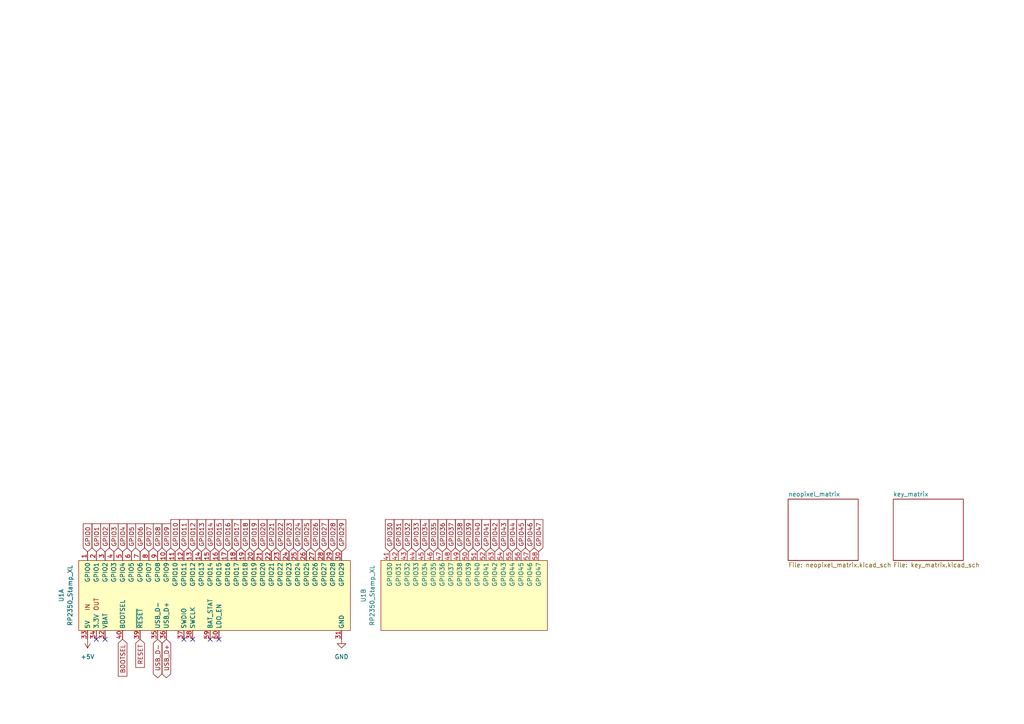
<source format=kicad_sch>
(kicad_sch (version 20231120) (generator "eeschema") (generator_version "8.0")
  (paper "A4")
  (lib_symbols
    (symbol "RP2xxx_Stamp:RP2350_Stamp_XL"
      (property "Reference" "U" (at 10.16 43.18 0))
      (property "Value" "RP2350_Stamp_XL" (at 0 -38.1 0))
      (symbol "RP2350_Stamp_XL_1_0"
        (text "IN" (at -4.445 39.37 0) (effects (font (size 1.27 1.27)) (justify left)))
        (text "OUT" (at -4.445 36.83 0) (effects (font (size 1.27 1.27)) (justify left)))
        (pin bidirectional line (at 12.7 39.37 180) (length 2.54) (name "GPIO0") (number "1"))
        (pin bidirectional line (at 12.7 16.51 180) (length 2.54) (name "GPIO9") (number "10"))
        (pin bidirectional line (at 12.7 13.97 180) (length 2.54) (name "GPIO10") (number "11"))
        (pin bidirectional line (at 12.7 11.43 180) (length 2.54) (name "GPIO11") (number "12"))
        (pin bidirectional line (at 12.7 8.89 180) (length 2.54) (name "GPIO12") (number "13"))
        (pin bidirectional line (at 12.7 6.35 180) (length 2.54) (name "GPIO13") (number "14"))
        (pin bidirectional line (at 12.7 3.81 180) (length 2.54) (name "GPIO14") (number "15"))
        (pin bidirectional line (at 12.7 1.27 180) (length 2.54) (name "GPIO15") (number "16"))
        (pin bidirectional line (at 12.7 -1.27 180) (length 2.54) (name "GPIO16") (number "17"))
        (pin bidirectional line (at 12.7 -3.81 180) (length 2.54) (name "GPIO17") (number "18"))
        (pin bidirectional line (at 12.7 -6.35 180) (length 2.54) (name "GPIO18") (number "19"))
        (pin bidirectional line (at 12.7 36.83 180) (length 2.54) (name "GPIO1") (number "2"))
        (pin bidirectional line (at 12.7 -8.89 180) (length 2.54) (name "GPIO19") (number "20"))
        (pin bidirectional line (at 12.7 -11.43 180) (length 2.54) (name "GPIO20") (number "21"))
        (pin bidirectional line (at 12.7 -13.97 180) (length 2.54) (name "GPIO21") (number "22"))
        (pin bidirectional line (at 12.7 -16.51 180) (length 2.54) (name "GPIO22") (number "23"))
        (pin bidirectional line (at 12.7 -19.05 180) (length 2.54) (name "GPIO23") (number "24"))
        (pin bidirectional line (at 12.7 -21.59 180) (length 2.54) (name "GPIO24") (number "25"))
        (pin bidirectional line (at 12.7 -24.13 180) (length 2.54) (name "GPIO25") (number "26"))
        (pin bidirectional line (at 12.7 -26.67 180) (length 2.54) (name "GPIO26") (number "27"))
        (pin bidirectional line (at 12.7 -29.21 180) (length 2.54) (name "GPIO27") (number "28"))
        (pin bidirectional line (at 12.7 -31.75 180) (length 2.54) (name "GPIO28") (number "29"))
        (pin bidirectional line (at 12.7 34.29 180) (length 2.54) (name "GPIO2") (number "3"))
        (pin bidirectional line (at 12.7 -34.29 180) (length 2.54) (name "GPIO29") (number "30"))
        (pin power_in line (at -12.7 -34.29 0) (length 2.54) (name "GND") (number "31"))
        (pin power_in line (at -12.7 34.29 0) (length 2.54) (name "VBAT") (number "32"))
        (pin power_in line (at -12.7 39.37 0) (length 2.54) (name "5V") (number "33"))
        (pin power_out line (at -12.7 36.83 0) (length 2.54) (name "3.3V") (number "34"))
        (pin bidirectional line (at -12.7 19.05 0) (length 2.54) (name "USB_D-") (number "35"))
        (pin bidirectional line (at -12.7 16.51 0) (length 2.54) (name "USB_D+") (number "36"))
        (pin bidirectional line (at -12.7 11.43 0) (length 2.54) (name "SWDIO") (number "37"))
        (pin input line (at -12.7 8.89 0) (length 2.54) (name "SWCLK") (number "38"))
        (pin bidirectional line (at -12.7 24.13 0) (length 2.54) (name "~{RESET}") (number "39"))
        (pin bidirectional line (at 12.7 31.75 180) (length 2.54) (name "GPIO3") (number "4"))
        (pin input line (at -12.7 29.21 0) (length 2.54) (name "BOOTSEL") (number "40"))
        (pin bidirectional line (at 12.7 29.21 180) (length 2.54) (name "GPIO4") (number "5"))
        (pin output line (at -12.7 3.81 0) (length 2.54) (name "BAT_STAT") (number "59"))
        (pin bidirectional line (at 12.7 26.67 180) (length 2.54) (name "GPIO5") (number "6"))
        (pin input line (at -12.7 1.27 0) (length 2.54) (name "LDO_EN") (number "60"))
        (pin bidirectional line (at 12.7 24.13 180) (length 2.54) (name "GPIO6") (number "7"))
        (pin bidirectional line (at 12.7 21.59 180) (length 2.54) (name "GPIO7") (number "8"))
        (pin bidirectional line (at 12.7 19.05 180) (length 2.54) (name "GPIO8") (number "9"))
      )
      (symbol "RP2350_Stamp_XL_1_1"
        (rectangle (start -10.16 41.91) (end 10.16 -36.83) (stroke (width 0.1524)) (fill (type background)))
      )
      (symbol "RP2350_Stamp_XL_2_0"
        (pin bidirectional line (at 12.7 24.13 180) (length 2.54) (name "GPIO30") (number "41"))
        (pin bidirectional line (at 12.7 21.59 180) (length 2.54) (name "GPIO31") (number "42"))
        (pin bidirectional line (at 12.7 19.05 180) (length 2.54) (name "GPIO32") (number "43"))
        (pin bidirectional line (at 12.7 16.51 180) (length 2.54) (name "GPIO33") (number "44"))
        (pin bidirectional line (at 12.7 13.97 180) (length 2.54) (name "GPIO34") (number "45"))
        (pin bidirectional line (at 12.7 11.43 180) (length 2.54) (name "GPIO35") (number "46"))
        (pin bidirectional line (at 12.7 8.89 180) (length 2.54) (name "GPIO36") (number "47"))
        (pin bidirectional line (at 12.7 6.35 180) (length 2.54) (name "GPIO37") (number "48"))
        (pin bidirectional line (at 12.7 3.81 180) (length 2.54) (name "GPIO38") (number "49"))
        (pin bidirectional line (at 12.7 1.27 180) (length 2.54) (name "GPIO39") (number "50"))
        (pin bidirectional line (at 12.7 -1.27 180) (length 2.54) (name "GPIO40") (number "51"))
        (pin bidirectional line (at 12.7 -3.81 180) (length 2.54) (name "GPIO41") (number "52"))
        (pin bidirectional line (at 12.7 -6.35 180) (length 2.54) (name "GPIO42") (number "53"))
        (pin bidirectional line (at 12.7 -8.89 180) (length 2.54) (name "GPIO43") (number "54"))
        (pin bidirectional line (at 12.7 -11.43 180) (length 2.54) (name "GPIO44") (number "55"))
        (pin bidirectional line (at 12.7 -13.97 180) (length 2.54) (name "GPIO45") (number "56"))
        (pin bidirectional line (at 12.7 -16.51 180) (length 2.54) (name "GPIO46") (number "57"))
        (pin bidirectional line (at 12.7 -19.05 180) (length 2.54) (name "GPIO47") (number "58"))
      )
      (symbol "RP2350_Stamp_XL_2_1"
        (rectangle (start -10.16 26.67) (end 10.16 -21.59) (stroke (width 0.1524)) (fill (type background)))
      )
    )
    (symbol "power:+5V" (power) (pin_numbers hide) (pin_names (offset 0) hide)
      (property "Value" "+5V" (at 0 3.556 0))
      (symbol "+5V_0_1"
        (polyline (pts (xy -0.762 1.27) (xy 0 2.54)))
        (polyline (pts (xy 0 0) (xy 0 2.54)))
        (polyline (pts (xy 0 2.54) (xy 0.762 1.27)))
      )
      (symbol "+5V_1_1"
        (pin power_in line (at 0 0 90) (length 0) (name "~") (number "1"))
      )
    )
    (symbol "power:GND" (power) (pin_numbers hide) (pin_names (offset 0) hide)
      (property "Value" "GND" (at 0 -3.81 0))
      (symbol "GND_0_1"
        (polyline (pts (xy 0 0) (xy 0 -1.27) (xy 1.27 -1.27) (xy 0 -2.54) (xy -1.27 -1.27) (xy 0 -1.27)))
      )
      (symbol "GND_1_1"
        (pin power_in line (at 0 0 270) (length 0) (name "~") (number "1"))
      )
    )
  )
  (no_connect (at 60.96 185.42))
  (no_connect (at 27.94 185.42))
  (no_connect (at 55.88 185.42))
  (no_connect (at 30.48 185.42))
  (no_connect (at 53.34 185.42))
  (no_connect (at 63.5 185.42))
  (global_label "GPIO47" (shape input) (at 156.21 160.02 90) (property "Intersheetrefs" "${INTERSHEET_REFS}" (effects (hide yes))))
  (global_label "GPIO28" (shape input) (at 96.52 160.02 90) (property "Intersheetrefs" "${INTERSHEET_REFS}" (effects (hide yes))))
  (global_label "RESET" (shape input) (at 40.64 185.42 270) (property "Intersheetrefs" "${INTERSHEET_REFS}" (effects (hide yes))))
  (global_label "GPIO38" (shape input) (at 133.35 160.02 90) (property "Intersheetrefs" "${INTERSHEET_REFS}" (effects (hide yes))))
  (global_label "GPIO13" (shape input) (at 58.42 160.02 90) (property "Intersheetrefs" "${INTERSHEET_REFS}" (effects (hide yes))))
  (global_label "GPIO21" (shape input) (at 78.74 160.02 90) (property "Intersheetrefs" "${INTERSHEET_REFS}" (effects (hide yes))))
  (global_label "GPIO41" (shape input) (at 140.97 160.02 90) (property "Intersheetrefs" "${INTERSHEET_REFS}" (effects (hide yes))))
  (global_label "GPIO27" (shape input) (at 93.98 160.02 90) (property "Intersheetrefs" "${INTERSHEET_REFS}" (effects (hide yes))))
  (global_label "GPIO4" (shape input) (at 35.56 160.02 90) (property "Intersheetrefs" "${INTERSHEET_REFS}" (effects (hide yes))))
  (global_label "GPIO3" (shape input) (at 33.02 160.02 90) (property "Intersheetrefs" "${INTERSHEET_REFS}" (effects (hide yes))))
  (global_label "GPIO20" (shape input) (at 76.2 160.02 90) (property "Intersheetrefs" "${INTERSHEET_REFS}" (effects (hide yes))))
  (global_label "BOOTSEL" (shape input) (at 35.56 185.42 270) (property "Intersheetrefs" "${INTERSHEET_REFS}" (effects (hide yes))))
  (global_label "GPIO23" (shape input) (at 83.82 160.02 90) (property "Intersheetrefs" "${INTERSHEET_REFS}" (effects (hide yes))))
  (global_label "GPIO14" (shape input) (at 60.96 160.02 90) (property "Intersheetrefs" "${INTERSHEET_REFS}" (effects (hide yes))))
  (global_label "GPIO29" (shape input) (at 99.06 160.02 90) (property "Intersheetrefs" "${INTERSHEET_REFS}" (effects (hide yes))))
  (global_label "GPIO19" (shape input) (at 73.66 160.02 90) (property "Intersheetrefs" "${INTERSHEET_REFS}" (effects (hide yes))))
  (global_label "GPIO7" (shape input) (at 43.18 160.02 90) (property "Intersheetrefs" "${INTERSHEET_REFS}" (effects (hide yes))))
  (global_label "GPIO35" (shape input) (at 125.73 160.02 90) (property "Intersheetrefs" "${INTERSHEET_REFS}" (effects (hide yes))))
  (global_label "GPIO10" (shape input) (at 50.8 160.02 90) (property "Intersheetrefs" "${INTERSHEET_REFS}" (effects (hide yes))))
  (global_label "USB_D+" (shape bidirectional) (at 48.26 185.42 270) (property "Intersheetrefs" "${INTERSHEET_REFS}" (effects (hide yes))))
  (global_label "GPIO25" (shape input) (at 88.9 160.02 90) (property "Intersheetrefs" "${INTERSHEET_REFS}" (effects (hide yes))))
  (global_label "GPIO24" (shape input) (at 86.36 160.02 90) (property "Intersheetrefs" "${INTERSHEET_REFS}" (effects (hide yes))))
  (global_label "GPIO15" (shape input) (at 63.5 160.02 90) (property "Intersheetrefs" "${INTERSHEET_REFS}" (effects (hide yes))))
  (global_label "GPIO16" (shape input) (at 66.04 160.02 90) (property "Intersheetrefs" "${INTERSHEET_REFS}" (effects (hide yes))))
  (global_label "GPIO17" (shape input) (at 68.58 160.02 90) (property "Intersheetrefs" "${INTERSHEET_REFS}" (effects (hide yes))))
  (global_label "GPIO0" (shape input) (at 25.4 160.02 90) (property "Intersheetrefs" "${INTERSHEET_REFS}" (effects (hide yes))))
  (global_label "GPIO22" (shape input) (at 81.28 160.02 90) (property "Intersheetrefs" "${INTERSHEET_REFS}" (effects (hide yes))))
  (global_label "GPIO45" (shape input) (at 151.13 160.02 90) (property "Intersheetrefs" "${INTERSHEET_REFS}" (effects (hide yes))))
  (global_label "GPIO12" (shape input) (at 55.88 160.02 90) (property "Intersheetrefs" "${INTERSHEET_REFS}" (effects (hide yes))))
  (global_label "GPIO33" (shape input) (at 120.65 160.02 90) (property "Intersheetrefs" "${INTERSHEET_REFS}" (effects (hide yes))))
  (global_label "GPIO9" (shape input) (at 48.26 160.02 90) (property "Intersheetrefs" "${INTERSHEET_REFS}" (effects (hide yes))))
  (global_label "GPIO42" (shape input) (at 143.51 160.02 90) (property "Intersheetrefs" "${INTERSHEET_REFS}" (effects (hide yes))))
  (global_label "GPIO34" (shape input) (at 123.19 160.02 90) (property "Intersheetrefs" "${INTERSHEET_REFS}" (effects (hide yes))))
  (global_label "GPIO32" (shape input) (at 118.11 160.02 90) (property "Intersheetrefs" "${INTERSHEET_REFS}" (effects (hide yes))))
  (global_label "GPIO30" (shape input) (at 113.03 160.02 90) (property "Intersheetrefs" "${INTERSHEET_REFS}" (effects (hide yes))))
  (global_label "GPIO8" (shape input) (at 45.72 160.02 90) (property "Intersheetrefs" "${INTERSHEET_REFS}" (effects (hide yes))))
  (global_label "GPIO39" (shape input) (at 135.89 160.02 90) (property "Intersheetrefs" "${INTERSHEET_REFS}" (effects (hide yes))))
  (global_label "GPIO37" (shape input) (at 130.81 160.02 90) (property "Intersheetrefs" "${INTERSHEET_REFS}" (effects (hide yes))))
  (global_label "GPIO43" (shape input) (at 146.05 160.02 90) (property "Intersheetrefs" "${INTERSHEET_REFS}" (effects (hide yes))))
  (global_label "GPIO6" (shape input) (at 40.64 160.02 90) (property "Intersheetrefs" "${INTERSHEET_REFS}" (effects (hide yes))))
  (global_label "GPIO46" (shape input) (at 153.67 160.02 90) (property "Intersheetrefs" "${INTERSHEET_REFS}" (effects (hide yes))))
  (global_label "GPIO18" (shape input) (at 71.12 160.02 90) (property "Intersheetrefs" "${INTERSHEET_REFS}" (effects (hide yes))))
  (global_label "GPIO2" (shape input) (at 30.48 160.02 90) (property "Intersheetrefs" "${INTERSHEET_REFS}" (effects (hide yes))))
  (global_label "GPIO26" (shape input) (at 91.44 160.02 90) (property "Intersheetrefs" "${INTERSHEET_REFS}" (effects (hide yes))))
  (global_label "GPIO11" (shape input) (at 53.34 160.02 90) (property "Intersheetrefs" "${INTERSHEET_REFS}" (effects (hide yes))))
  (global_label "GPIO40" (shape input) (at 138.43 160.02 90) (property "Intersheetrefs" "${INTERSHEET_REFS}" (effects (hide yes))))
  (global_label "GPIO36" (shape input) (at 128.27 160.02 90) (property "Intersheetrefs" "${INTERSHEET_REFS}" (effects (hide yes))))
  (global_label "USB_D-" (shape bidirectional) (at 45.72 185.42 270) (property "Intersheetrefs" "${INTERSHEET_REFS}" (effects (hide yes))))
  (global_label "GPIO1" (shape input) (at 27.94 160.02 90) (property "Intersheetrefs" "${INTERSHEET_REFS}" (effects (hide yes))))
  (global_label "GPIO44" (shape input) (at 148.59 160.02 90) (property "Intersheetrefs" "${INTERSHEET_REFS}" (effects (hide yes))))
  (global_label "GPIO5" (shape input) (at 38.1 160.02 90) (property "Intersheetrefs" "${INTERSHEET_REFS}" (effects (hide yes))))
  (global_label "GPIO31" (shape input) (at 115.57 160.02 90) (property "Intersheetrefs" "${INTERSHEET_REFS}" (effects (hide yes))))
  (symbol (lib_id "RP2xxx_Stamp:RP2350_Stamp_XL") (at 137.16 172.72 90) (unit 2)
    (property "Reference" "U1" (at 105.41 172.72 0))
    (property "Value" "RP2350_Stamp_XL" (at 107.95 172.72 0))
  )
  (symbol (lib_id "power:+5V") (at 25.4 185.42 180) (unit 1)
    (property "Reference" "#PWR044" (effects (hide yes)))
    (property "Value" "+5V" (at 25.4 190.5 0))
    (property "Description" "Power symbol creates a global label with name \"+5V\"" (effects (hide yes)))
  )
  (symbol (lib_id "power:GND") (at 99.06 185.42 0) (unit 1)
    (property "Reference" "#PWR02" (effects (hide yes)))
    (property "Value" "GND" (at 99.06 190.5 0))
    (property "Description" "Power symbol creates a global label with name \"GND\" , ground" (effects (hide yes)))
  )
  (symbol (lib_id "RP2xxx_Stamp:RP2350_Stamp_XL") (at 64.77 172.72 90) (unit 1)
    (property "Reference" "U1" (at 17.78 172.72 0))
    (property "Value" "RP2350_Stamp_XL" (at 20.32 172.72 0))
  )
  (sheet (at 259.08 144.78) (size 20.32 17.78) (stroke (width 0.1524))
    (property "Sheetname" "key_matrix" (at 259.08 144.0684 0) (effects (justify left bottom)))
    (property "Sheetfile" "key_matrix.kicad_sch" (at 259.08 163.1446 0) (effects (justify left top)))
  )
  (sheet (at 228.6 144.78) (size 20.32 17.78) (stroke (width 0.1524))
    (property "Sheetname" "neopixel_matrix" (at 228.6 144.0684 0) (effects (justify left bottom)))
    (property "Sheetfile" "neopixel_matrix.kicad_sch" (at 228.6 163.1446 0) (effects (justify left top)))
  )
)
</source>
